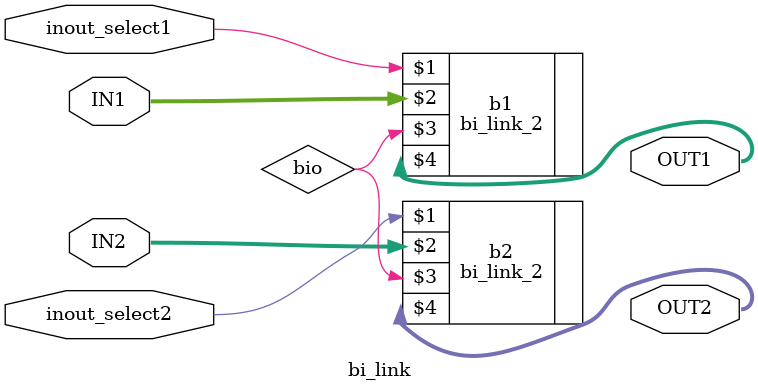
<source format=sv>
`include "bi_link_1.sv"
`include "bi_link_2.sv"
module bi_link(
            input logic inout_select1,
			input logic inout_select2,
            input logic [31:0] IN1,	  
            output logic [31:0] OUT1,
			input logic [31:0] IN2,
            output logic [31:0] OUT2
              );
			  
	bi_link_2 b1(inout_select1,
              IN1,
	          bio,		  
              OUT1);
	bi_link_2 b2(inout_select2,
              IN2,
	          bio,		  
              OUT2);
    
endmodule
</source>
